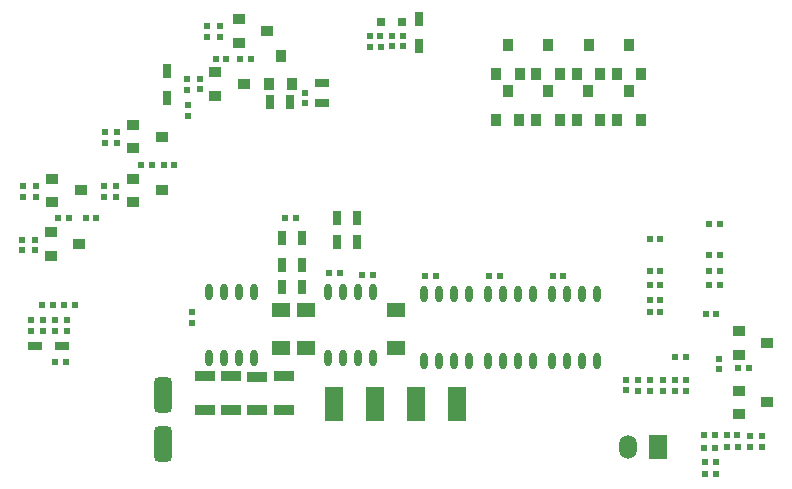
<source format=gtp>
%FSLAX25Y25*%
%MOIN*%
G70*
G01*
G75*
G04 Layer_Color=8421504*
%ADD10C,0.00787*%
%ADD11C,0.01181*%
%ADD12C,0.03937*%
%ADD13R,0.01969X0.02362*%
%ADD14R,0.05118X0.03150*%
%ADD15R,0.02362X0.01969*%
%ADD16R,0.03937X0.03543*%
%ADD17R,0.02756X0.04921*%
%ADD18R,0.06693X0.03543*%
%ADD19R,0.06299X0.04921*%
%ADD20O,0.02362X0.05512*%
%ADD21O,0.07874X0.05906*%
%ADD22R,0.07874X0.05906*%
%ADD23R,0.03150X0.05118*%
%ADD24R,0.03150X0.03150*%
%ADD25R,0.04921X0.02756*%
%ADD26R,0.05906X0.11811*%
%ADD27O,0.05906X0.07874*%
%ADD28R,0.05906X0.07874*%
%ADD29R,0.03543X0.03937*%
G04:AMPARAMS|DCode=30|XSize=118.11mil|YSize=59.06mil|CornerRadius=14.76mil|HoleSize=0mil|Usage=FLASHONLY|Rotation=270.000|XOffset=0mil|YOffset=0mil|HoleType=Round|Shape=RoundedRectangle|*
%AMROUNDEDRECTD30*
21,1,0.11811,0.02953,0,0,270.0*
21,1,0.08858,0.05906,0,0,270.0*
1,1,0.02953,-0.01476,-0.04429*
1,1,0.02953,-0.01476,0.04429*
1,1,0.02953,0.01476,0.04429*
1,1,0.02953,0.01476,-0.04429*
%
%ADD30ROUNDEDRECTD30*%
%ADD31C,0.07874*%
%ADD32R,0.30709X0.12598*%
%ADD33R,0.17717X0.18504*%
%ADD34R,0.14173X0.15354*%
%ADD35R,0.09843X0.11417*%
%ADD36C,0.02559*%
G04:AMPARAMS|DCode=37|XSize=39.37mil|YSize=82.68mil|CornerRadius=17.72mil|HoleSize=0mil|Usage=FLASHONLY|Rotation=0.000|XOffset=0mil|YOffset=0mil|HoleType=Round|Shape=RoundedRectangle|*
%AMROUNDEDRECTD37*
21,1,0.03937,0.04724,0,0,0.0*
21,1,0.00394,0.08268,0,0,0.0*
1,1,0.03543,0.00197,-0.02362*
1,1,0.03543,-0.00197,-0.02362*
1,1,0.03543,-0.00197,0.02362*
1,1,0.03543,0.00197,0.02362*
%
%ADD37ROUNDEDRECTD37*%
G04:AMPARAMS|DCode=38|XSize=39.37mil|YSize=62.99mil|CornerRadius=17.72mil|HoleSize=0mil|Usage=FLASHONLY|Rotation=0.000|XOffset=0mil|YOffset=0mil|HoleType=Round|Shape=RoundedRectangle|*
%AMROUNDEDRECTD38*
21,1,0.03937,0.02756,0,0,0.0*
21,1,0.00394,0.06299,0,0,0.0*
1,1,0.03543,0.00197,-0.01378*
1,1,0.03543,-0.00197,-0.01378*
1,1,0.03543,-0.00197,0.01378*
1,1,0.03543,0.00197,0.01378*
%
%ADD38ROUNDEDRECTD38*%
%ADD39C,0.02362*%
%ADD40C,0.00197*%
%ADD41C,0.01969*%
%ADD42R,0.01181X0.03347*%
%ADD43R,0.02362X0.03347*%
%ADD44R,0.05512X0.02362*%
%ADD45R,0.01575X0.04724*%
%ADD46C,0.11811*%
%ADD47C,0.00984*%
%ADD48C,0.00394*%
%ADD49C,0.00500*%
%ADD50C,0.01000*%
D13*
X-113583Y22244D02*
D03*
X-110039D02*
D03*
X-110531Y41240D02*
D03*
X-106988D02*
D03*
X-117815D02*
D03*
X-114272D02*
D03*
X-77362Y87894D02*
D03*
X-73819D02*
D03*
X-81299D02*
D03*
X-84842D02*
D03*
X-103347Y70276D02*
D03*
X-99803D02*
D03*
X-108858Y70374D02*
D03*
X-112402D02*
D03*
X-33268D02*
D03*
X-36811D02*
D03*
X55905Y51083D02*
D03*
X52362D02*
D03*
X34646D02*
D03*
X31102D02*
D03*
X13287D02*
D03*
X9744D02*
D03*
X-18701Y51870D02*
D03*
X-22244D02*
D03*
X-11220Y51279D02*
D03*
X-7677D02*
D03*
X110354Y-1900D02*
D03*
X113897D02*
D03*
X110436Y-6047D02*
D03*
X113979Y-6047D02*
D03*
X103168Y-14920D02*
D03*
X106712D02*
D03*
X106728Y-10999D02*
D03*
X103184Y-10999D02*
D03*
X102889Y-6275D02*
D03*
X106432D02*
D03*
X102873Y-1900D02*
D03*
X106417D02*
D03*
X96653Y12598D02*
D03*
X93110D02*
D03*
Y16240D02*
D03*
X96653D02*
D03*
X93110Y24016D02*
D03*
X96653D02*
D03*
X114075Y20276D02*
D03*
X117618D02*
D03*
X103331Y38500D02*
D03*
X106874Y38500D02*
D03*
X104429Y48130D02*
D03*
X107972D02*
D03*
X107947Y52559D02*
D03*
X104404D02*
D03*
X107947Y58169D02*
D03*
X104404D02*
D03*
X104429Y68209D02*
D03*
X107972D02*
D03*
X88189Y38976D02*
D03*
X84646D02*
D03*
X88189Y43012D02*
D03*
X84646D02*
D03*
X88189Y48031D02*
D03*
X84646D02*
D03*
X88189Y52657D02*
D03*
X84646D02*
D03*
X88189Y63209D02*
D03*
X84646D02*
D03*
X-5118Y131102D02*
D03*
X-8661D02*
D03*
X-5020Y127264D02*
D03*
X-8563D02*
D03*
X-56461Y123224D02*
D03*
X-60004D02*
D03*
X-51930D02*
D03*
X-48387D02*
D03*
D14*
X-120138Y27657D02*
D03*
X-111122D02*
D03*
D15*
X-109547Y36220D02*
D03*
Y32677D02*
D03*
X-113697Y32661D02*
D03*
X-113697Y36205D02*
D03*
X-117602Y36335D02*
D03*
X-117602Y32791D02*
D03*
X-121457Y32776D02*
D03*
Y36319D02*
D03*
X-96965Y99016D02*
D03*
Y95473D02*
D03*
X-93035Y99016D02*
D03*
Y95472D02*
D03*
X-93133Y77362D02*
D03*
Y80905D02*
D03*
X-97063Y77346D02*
D03*
X-97063Y80890D02*
D03*
X-119836Y81049D02*
D03*
Y77506D02*
D03*
X-124320Y80905D02*
D03*
Y77362D02*
D03*
X-124426Y59541D02*
D03*
X-124426Y63084D02*
D03*
X-120079Y59557D02*
D03*
Y63100D02*
D03*
X-67799Y35449D02*
D03*
X-67799Y38992D02*
D03*
X122042Y-5856D02*
D03*
X122042Y-2313D02*
D03*
X118121Y-5840D02*
D03*
Y-2297D02*
D03*
X76657Y12878D02*
D03*
X76657Y16421D02*
D03*
X80709Y12795D02*
D03*
Y16339D02*
D03*
X84646D02*
D03*
Y12795D02*
D03*
X88992Y16256D02*
D03*
X88992Y12713D02*
D03*
X107791Y23441D02*
D03*
X107791Y19898D02*
D03*
X2559Y127624D02*
D03*
Y131167D02*
D03*
X-1280Y131142D02*
D03*
Y127599D02*
D03*
X-30331Y108547D02*
D03*
X-30331Y112091D02*
D03*
X-69313Y104512D02*
D03*
X-69313Y108055D02*
D03*
X-65223Y113189D02*
D03*
Y116732D02*
D03*
X-69671Y113173D02*
D03*
X-69671Y116717D02*
D03*
X-62772Y134350D02*
D03*
Y130807D02*
D03*
X-58527Y134350D02*
D03*
Y130807D02*
D03*
D16*
X-78051Y97503D02*
D03*
X-87500Y93566D02*
D03*
Y101440D02*
D03*
X-77953Y79528D02*
D03*
X-87402Y75590D02*
D03*
Y83465D02*
D03*
X-104974Y79527D02*
D03*
X-114423Y75590D02*
D03*
Y83465D02*
D03*
X123819Y8858D02*
D03*
X114370Y4921D02*
D03*
Y12795D02*
D03*
X114370Y32677D02*
D03*
Y24803D02*
D03*
X123819Y28740D02*
D03*
X-50659Y114961D02*
D03*
X-60108Y111024D02*
D03*
Y118898D02*
D03*
X-42924Y132579D02*
D03*
X-52372Y128642D02*
D03*
Y136516D02*
D03*
X-105414Y61624D02*
D03*
X-114863Y57687D02*
D03*
Y65561D02*
D03*
D17*
X-19488Y70472D02*
D03*
X-12795D02*
D03*
X-19488Y62205D02*
D03*
X-12795D02*
D03*
X-37992Y47441D02*
D03*
X-31299D02*
D03*
X-37992Y54724D02*
D03*
X-31299D02*
D03*
Y63779D02*
D03*
X-37992D02*
D03*
X-41929Y108858D02*
D03*
X-35236D02*
D03*
D18*
X-37106Y6496D02*
D03*
Y17520D02*
D03*
X-46282Y6470D02*
D03*
Y17493D02*
D03*
X-54921Y6496D02*
D03*
Y17520D02*
D03*
X-63583Y6496D02*
D03*
Y17520D02*
D03*
D19*
X-29921Y27165D02*
D03*
Y39764D02*
D03*
X-38189Y39764D02*
D03*
Y27165D02*
D03*
X0Y27165D02*
D03*
Y39764D02*
D03*
D20*
X-52224Y45669D02*
D03*
Y23622D02*
D03*
X-57224Y45669D02*
D03*
X-47224D02*
D03*
Y23622D02*
D03*
X-62224Y45669D02*
D03*
X-57224Y23622D02*
D03*
X-62224D02*
D03*
X62244Y44882D02*
D03*
Y22835D02*
D03*
X57244Y44882D02*
D03*
X67244D02*
D03*
Y22835D02*
D03*
X52244Y44882D02*
D03*
X57244Y22835D02*
D03*
X52244D02*
D03*
X40787Y44882D02*
D03*
Y22835D02*
D03*
X35787Y44882D02*
D03*
X45787D02*
D03*
Y22835D02*
D03*
X30787Y44882D02*
D03*
X35787Y22835D02*
D03*
X30787D02*
D03*
X-12559Y45669D02*
D03*
Y23622D02*
D03*
X-17559Y45669D02*
D03*
X-7559D02*
D03*
Y23622D02*
D03*
X-22559Y45669D02*
D03*
X-17559Y23622D02*
D03*
X-22559D02*
D03*
X19331Y44882D02*
D03*
Y22835D02*
D03*
X14331Y44882D02*
D03*
X24331D02*
D03*
Y22835D02*
D03*
X9331Y44882D02*
D03*
X14331Y22835D02*
D03*
X9331D02*
D03*
D23*
X7874Y136614D02*
D03*
Y127599D02*
D03*
X-76293Y110472D02*
D03*
Y119488D02*
D03*
D24*
X2067Y135669D02*
D03*
X-5020D02*
D03*
D25*
X-24409Y108563D02*
D03*
Y115256D02*
D03*
D26*
X20541Y8325D02*
D03*
X6827D02*
D03*
X-6886D02*
D03*
X-20600D02*
D03*
D27*
X77284Y-5906D02*
D03*
D28*
X87283D02*
D03*
D29*
X37303Y112598D02*
D03*
X41240Y103150D02*
D03*
X33366D02*
D03*
X77756Y127854D02*
D03*
X81693Y118405D02*
D03*
X73819D02*
D03*
X37402Y127854D02*
D03*
X41339Y118405D02*
D03*
X33465D02*
D03*
X77756Y112598D02*
D03*
X81693Y103150D02*
D03*
X73819D02*
D03*
X50787Y112598D02*
D03*
X54724Y103150D02*
D03*
X46850D02*
D03*
X64304Y127854D02*
D03*
X68242Y118405D02*
D03*
X60367D02*
D03*
X50853Y127854D02*
D03*
X54790Y118405D02*
D03*
X46916D02*
D03*
X64272Y112598D02*
D03*
X68209Y103150D02*
D03*
X60335D02*
D03*
X-38386Y124508D02*
D03*
X-34449Y115059D02*
D03*
X-42323D02*
D03*
D30*
X-77400Y11300D02*
D03*
Y-4900D02*
D03*
M02*

</source>
